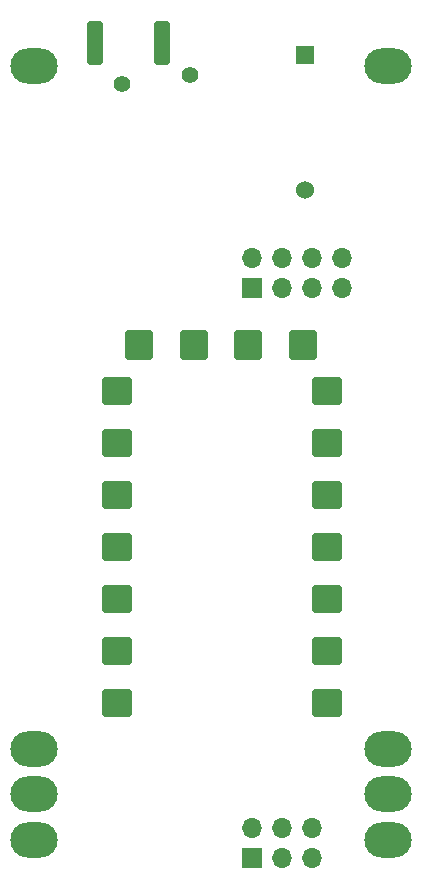
<source format=gbr>
%TF.GenerationSoftware,KiCad,Pcbnew,9.0.0*%
%TF.CreationDate,2025-03-25T21:02:03-05:00*%
%TF.ProjectId,ptSolar,7074536f-6c61-4722-9e6b-696361645f70,rev?*%
%TF.SameCoordinates,Original*%
%TF.FileFunction,Soldermask,Bot*%
%TF.FilePolarity,Negative*%
%FSLAX46Y46*%
G04 Gerber Fmt 4.6, Leading zero omitted, Abs format (unit mm)*
G04 Created by KiCad (PCBNEW 9.0.0) date 2025-03-25 21:02:03*
%MOMM*%
%LPD*%
G01*
G04 APERTURE LIST*
G04 Aperture macros list*
%AMRoundRect*
0 Rectangle with rounded corners*
0 $1 Rounding radius*
0 $2 $3 $4 $5 $6 $7 $8 $9 X,Y pos of 4 corners*
0 Add a 4 corners polygon primitive as box body*
4,1,4,$2,$3,$4,$5,$6,$7,$8,$9,$2,$3,0*
0 Add four circle primitives for the rounded corners*
1,1,$1+$1,$2,$3*
1,1,$1+$1,$4,$5*
1,1,$1+$1,$6,$7*
1,1,$1+$1,$8,$9*
0 Add four rect primitives between the rounded corners*
20,1,$1+$1,$2,$3,$4,$5,0*
20,1,$1+$1,$4,$5,$6,$7,0*
20,1,$1+$1,$6,$7,$8,$9,0*
20,1,$1+$1,$8,$9,$2,$3,0*%
G04 Aperture macros list end*
%ADD10O,4.000000X3.000000*%
%ADD11C,1.400000*%
%ADD12RoundRect,0.250000X0.425000X1.600000X-0.425000X1.600000X-0.425000X-1.600000X0.425000X-1.600000X0*%
%ADD13R,1.700000X1.700000*%
%ADD14O,1.700000X1.700000*%
%ADD15R,1.524000X1.524000*%
%ADD16C,1.524000*%
%ADD17RoundRect,0.115000X-1.135000X-1.035000X1.135000X-1.035000X1.135000X1.035000X-1.135000X1.035000X0*%
%ADD18RoundRect,0.115000X-1.035000X-1.135000X1.035000X-1.135000X1.035000X1.135000X-1.035000X1.135000X0*%
G04 APERTURE END LIST*
D10*
%TO.C,PV1*%
X137250000Y-72000000D03*
X137250000Y-129750000D03*
X137250000Y-133625000D03*
X137250000Y-137500000D03*
%TD*%
D11*
%TO.C,ANT2b1*%
X150500000Y-72750000D03*
%TD*%
D10*
%TO.C,JPV2*%
X167250000Y-72000000D03*
X167250000Y-129750000D03*
X167250000Y-133625000D03*
X167250000Y-137500000D03*
%TD*%
D11*
%TO.C,ANT2a1*%
X144750000Y-73500000D03*
%TD*%
D12*
%TO.C,ANT2*%
X142425000Y-70000000D03*
X148075000Y-70000000D03*
%TD*%
D13*
%TO.C,J1*%
X155700000Y-139000000D03*
D14*
X155700000Y-136460000D03*
X158240000Y-139000000D03*
X158240000Y-136460000D03*
X160780000Y-139000000D03*
X160780000Y-136460000D03*
%TD*%
D13*
%TO.C,J2*%
X155700000Y-90740000D03*
D14*
X155700000Y-88200000D03*
X158240000Y-90740000D03*
X158240000Y-88200000D03*
X160780000Y-90740000D03*
X160780000Y-88200000D03*
X163320000Y-90740000D03*
X163320000Y-88200000D03*
%TD*%
D15*
%TO.C,C1*%
X160250000Y-71000000D03*
D16*
X160250000Y-82500000D03*
%TD*%
D17*
%TO.C,U3*%
X162065000Y-125860000D03*
X162065000Y-121460000D03*
X162065000Y-117060000D03*
X162065000Y-112660000D03*
X162065000Y-108260000D03*
X162065000Y-103860000D03*
X162065000Y-99460000D03*
D18*
X160065000Y-95560000D03*
X155431666Y-95560000D03*
X150798333Y-95560000D03*
X146165000Y-95560000D03*
D17*
X144265000Y-99460000D03*
X144265000Y-103860000D03*
X144265000Y-108260000D03*
X144265000Y-112660000D03*
X144265000Y-117060000D03*
X144265000Y-121460000D03*
X144265000Y-125860000D03*
%TD*%
M02*

</source>
